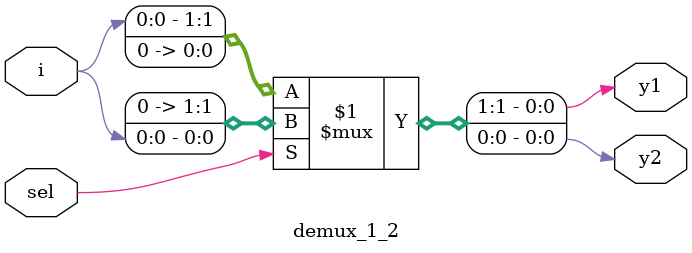
<source format=v>
`timescale 1ns / 1ps
module demux_1_2(
    input i,sel,
    output y1,y2);
    assign {y1,y2}=sel ? {1'b0,i} : {i,1'b0};
endmodule

</source>
